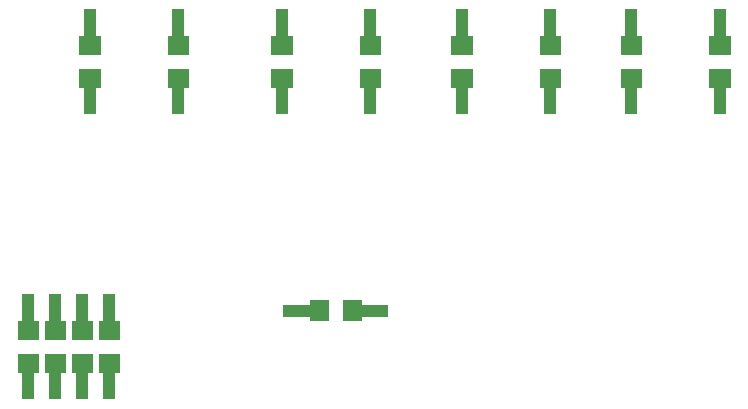
<source format=gbp>
G04 Layer: BottomPasteMaskLayer*
G04 EasyEDA v6.5.5, 2022-05-30 02:48:00*
G04 73416119e20b4d31bc0fda0cb7b7bab3,ed70181f279245e6aff80281ee7dc86a,10*
G04 Gerber Generator version 0.2*
G04 Scale: 100 percent, Rotated: No, Reflected: No *
G04 Dimensions in millimeters *
G04 leading zeros omitted , absolute positions ,4 integer and 5 decimal *
%FSLAX45Y45*%
%MOMM*%

%ADD10C,0.0001*%

%LPD*%
G36*
X1484756Y1934210D02*
G01*
X1484756Y1774189D01*
X1664843Y1774189D01*
X1664843Y1934210D01*
G37*
G36*
X1484756Y1654810D02*
G01*
X1484756Y1494789D01*
X1664843Y1494789D01*
X1664843Y1654810D01*
G37*
G36*
X1524000Y2159000D02*
G01*
X1524000Y1879600D01*
X1625600Y1879600D01*
X1625600Y2159000D01*
G37*
G36*
X1524000Y1549400D02*
G01*
X1524000Y1270000D01*
X1625600Y1270000D01*
X1625600Y1549400D01*
G37*
G36*
X1713356Y1934210D02*
G01*
X1713356Y1774189D01*
X1893443Y1774189D01*
X1893443Y1934210D01*
G37*
G36*
X1713356Y1654810D02*
G01*
X1713356Y1494789D01*
X1893443Y1494789D01*
X1893443Y1654810D01*
G37*
G36*
X1752600Y2159000D02*
G01*
X1752600Y1879600D01*
X1854200Y1879600D01*
X1854200Y2159000D01*
G37*
G36*
X1752600Y1549400D02*
G01*
X1752600Y1270000D01*
X1854200Y1270000D01*
X1854200Y1549400D01*
G37*
G36*
X3811143Y3907789D02*
G01*
X3811143Y4067810D01*
X3631056Y4067810D01*
X3631056Y3907789D01*
G37*
G36*
X3811143Y4187189D02*
G01*
X3811143Y4347210D01*
X3631056Y4347210D01*
X3631056Y4187189D01*
G37*
G36*
X3771900Y3683000D02*
G01*
X3771900Y3962400D01*
X3670300Y3962400D01*
X3670300Y3683000D01*
G37*
G36*
X3771900Y4292600D02*
G01*
X3771900Y4572000D01*
X3670300Y4572000D01*
X3670300Y4292600D01*
G37*
G36*
X2185543Y3907789D02*
G01*
X2185543Y4067810D01*
X2005456Y4067810D01*
X2005456Y3907789D01*
G37*
G36*
X2185543Y4187189D02*
G01*
X2185543Y4347210D01*
X2005456Y4347210D01*
X2005456Y4187189D01*
G37*
G36*
X2146300Y3683000D02*
G01*
X2146300Y3962400D01*
X2044700Y3962400D01*
X2044700Y3683000D01*
G37*
G36*
X2146300Y4292600D02*
G01*
X2146300Y4572000D01*
X2044700Y4572000D01*
X2044700Y4292600D01*
G37*
G36*
X2934843Y3907789D02*
G01*
X2934843Y4067810D01*
X2754756Y4067810D01*
X2754756Y3907789D01*
G37*
G36*
X2934843Y4187189D02*
G01*
X2934843Y4347210D01*
X2754756Y4347210D01*
X2754756Y4187189D01*
G37*
G36*
X2895600Y3683000D02*
G01*
X2895600Y3962400D01*
X2794000Y3962400D01*
X2794000Y3683000D01*
G37*
G36*
X2895600Y4292600D02*
G01*
X2895600Y4572000D01*
X2794000Y4572000D01*
X2794000Y4292600D01*
G37*
G36*
X4380356Y4347210D02*
G01*
X4380356Y4187189D01*
X4560443Y4187189D01*
X4560443Y4347210D01*
G37*
G36*
X4380356Y4067810D02*
G01*
X4380356Y3907789D01*
X4560443Y3907789D01*
X4560443Y4067810D01*
G37*
G36*
X4419600Y4572000D02*
G01*
X4419600Y4292600D01*
X4521200Y4292600D01*
X4521200Y4572000D01*
G37*
G36*
X4419600Y3962400D02*
G01*
X4419600Y3683000D01*
X4521200Y3683000D01*
X4521200Y3962400D01*
G37*
G36*
X1941956Y1934210D02*
G01*
X1941956Y1774189D01*
X2122043Y1774189D01*
X2122043Y1934210D01*
G37*
G36*
X1941956Y1654810D02*
G01*
X1941956Y1494789D01*
X2122043Y1494789D01*
X2122043Y1654810D01*
G37*
G36*
X1981200Y2159000D02*
G01*
X1981200Y1879600D01*
X2082800Y1879600D01*
X2082800Y2159000D01*
G37*
G36*
X1981200Y1549400D02*
G01*
X1981200Y1270000D01*
X2082800Y1270000D01*
X2082800Y1549400D01*
G37*
G36*
X6084443Y3907789D02*
G01*
X6084443Y4067810D01*
X5904356Y4067810D01*
X5904356Y3907789D01*
G37*
G36*
X6084443Y4187189D02*
G01*
X6084443Y4347210D01*
X5904356Y4347210D01*
X5904356Y4187189D01*
G37*
G36*
X6045200Y3683000D02*
G01*
X6045200Y3962400D01*
X5943600Y3962400D01*
X5943600Y3683000D01*
G37*
G36*
X6045200Y4292600D02*
G01*
X6045200Y4572000D01*
X5943600Y4572000D01*
X5943600Y4292600D01*
G37*
G36*
X5335143Y3907789D02*
G01*
X5335143Y4067810D01*
X5155056Y4067810D01*
X5155056Y3907789D01*
G37*
G36*
X5335143Y4187189D02*
G01*
X5335143Y4347210D01*
X5155056Y4347210D01*
X5155056Y4187189D01*
G37*
G36*
X5295900Y3683000D02*
G01*
X5295900Y3962400D01*
X5194300Y3962400D01*
X5194300Y3683000D01*
G37*
G36*
X5295900Y4292600D02*
G01*
X5295900Y4572000D01*
X5194300Y4572000D01*
X5194300Y4292600D01*
G37*
G36*
X2350643Y1494789D02*
G01*
X2350643Y1654810D01*
X2170556Y1654810D01*
X2170556Y1494789D01*
G37*
G36*
X2350643Y1774189D02*
G01*
X2350643Y1934210D01*
X2170556Y1934210D01*
X2170556Y1774189D01*
G37*
G36*
X2311400Y1270000D02*
G01*
X2311400Y1549400D01*
X2209800Y1549400D01*
X2209800Y1270000D01*
G37*
G36*
X2311400Y1879600D02*
G01*
X2311400Y2159000D01*
X2209800Y2159000D01*
X2209800Y1879600D01*
G37*
G36*
X7339456Y4347210D02*
G01*
X7339456Y4187189D01*
X7519543Y4187189D01*
X7519543Y4347210D01*
G37*
G36*
X7339456Y4067810D02*
G01*
X7339456Y3907789D01*
X7519543Y3907789D01*
X7519543Y4067810D01*
G37*
G36*
X7378700Y4572000D02*
G01*
X7378700Y4292600D01*
X7480300Y4292600D01*
X7480300Y4572000D01*
G37*
G36*
X7378700Y3962400D02*
G01*
X7378700Y3683000D01*
X7480300Y3683000D01*
X7480300Y3962400D01*
G37*
G36*
X6770243Y3907789D02*
G01*
X6770243Y4067810D01*
X6590156Y4067810D01*
X6590156Y3907789D01*
G37*
G36*
X6770243Y4187189D02*
G01*
X6770243Y4347210D01*
X6590156Y4347210D01*
X6590156Y4187189D01*
G37*
G36*
X6731000Y3683000D02*
G01*
X6731000Y3962400D01*
X6629400Y3962400D01*
X6629400Y3683000D01*
G37*
G36*
X6731000Y4292600D02*
G01*
X6731000Y4572000D01*
X6629400Y4572000D01*
X6629400Y4292600D01*
G37*
G36*
X4398009Y2109343D02*
G01*
X4237990Y2109343D01*
X4237990Y1929256D01*
X4398009Y1929256D01*
G37*
G36*
X4118609Y2109343D02*
G01*
X3958590Y2109343D01*
X3958590Y1929256D01*
X4118609Y1929256D01*
G37*
G36*
X4622800Y2070100D02*
G01*
X4343400Y2070100D01*
X4343400Y1968500D01*
X4622800Y1968500D01*
G37*
G36*
X4013200Y2070100D02*
G01*
X3733800Y2070100D01*
X3733800Y1968500D01*
X4013200Y1968500D01*
G37*
M02*

</source>
